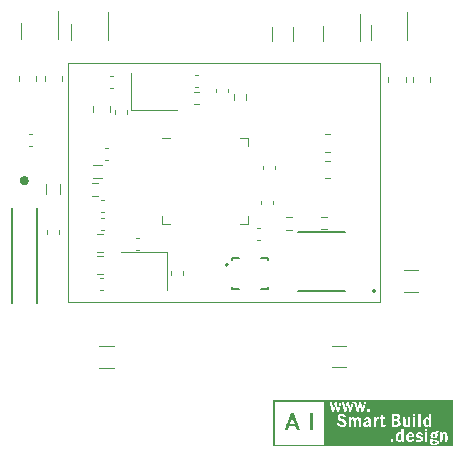
<source format=gbr>
%TF.GenerationSoftware,KiCad,Pcbnew,7.0.2*%
%TF.CreationDate,2023-05-17T08:13:23+02:00*%
%TF.ProjectId,5V DC Smart Socket,35562044-4320-4536-9d61-727420536f63,rev?*%
%TF.SameCoordinates,Original*%
%TF.FileFunction,Legend,Top*%
%TF.FilePolarity,Positive*%
%FSLAX46Y46*%
G04 Gerber Fmt 4.6, Leading zero omitted, Abs format (unit mm)*
G04 Created by KiCad (PCBNEW 7.0.2) date 2023-05-17 08:13:23*
%MOMM*%
%LPD*%
G01*
G04 APERTURE LIST*
%ADD10C,0.120000*%
%ADD11C,0.127000*%
%ADD12C,0.200000*%
%ADD13C,0.381000*%
G04 APERTURE END LIST*
%TO.C,G\u002A\u002A\u002A*%
G36*
X185941548Y-95942526D02*
G01*
X185986227Y-95949437D01*
X186044294Y-95974995D01*
X186068576Y-96015955D01*
X186056031Y-96063111D01*
X186032177Y-96088478D01*
X185978586Y-96112360D01*
X185901848Y-96125016D01*
X185819874Y-96125528D01*
X185750576Y-96112977D01*
X185730208Y-96103971D01*
X185702630Y-96068928D01*
X185693547Y-96018848D01*
X185703386Y-95972208D01*
X185726647Y-95949181D01*
X185780596Y-95939204D01*
X185858211Y-95936991D01*
X185941548Y-95942526D01*
G37*
G36*
X182705586Y-94233420D02*
G01*
X182774443Y-94268573D01*
X182809410Y-94327879D01*
X182814500Y-94371646D01*
X182799568Y-94445707D01*
X182753035Y-94496609D01*
X182672293Y-94526395D01*
X182605981Y-94535007D01*
X182475833Y-94544421D01*
X182475833Y-94221833D01*
X182602008Y-94221833D01*
X182705586Y-94233420D01*
G37*
G36*
X182675715Y-93788834D02*
G01*
X182739636Y-93823717D01*
X182769543Y-93882554D01*
X182772166Y-93912836D01*
X182758628Y-93983269D01*
X182715822Y-94028046D01*
X182640456Y-94049626D01*
X182585291Y-94052500D01*
X182475833Y-94052500D01*
X182475833Y-93777333D01*
X182576956Y-93777333D01*
X182675715Y-93788834D01*
G37*
G36*
X187450000Y-96338500D02*
G01*
X172211240Y-96338500D01*
X172210695Y-95167684D01*
X172404256Y-95167684D01*
X172404304Y-95394235D01*
X172404589Y-95599402D01*
X172405102Y-95780042D01*
X172405837Y-95933009D01*
X172406785Y-96055160D01*
X172407937Y-96143350D01*
X172409286Y-96194437D01*
X172410285Y-96206314D01*
X172419778Y-96210868D01*
X172445975Y-96214856D01*
X172491000Y-96218299D01*
X172556977Y-96221218D01*
X172646029Y-96223636D01*
X172760281Y-96225574D01*
X172901857Y-96227055D01*
X173072880Y-96228099D01*
X173275474Y-96228729D01*
X173511763Y-96228967D01*
X173783871Y-96228835D01*
X174093921Y-96228353D01*
X174444038Y-96227545D01*
X174468917Y-96227480D01*
X176517416Y-96222083D01*
X176517870Y-96069737D01*
X185503671Y-96069737D01*
X185532605Y-96138450D01*
X185591271Y-96197765D01*
X185650844Y-96230053D01*
X185711898Y-96243762D01*
X185799133Y-96250742D01*
X185896926Y-96250916D01*
X185989649Y-96244209D01*
X186056597Y-96232021D01*
X186155363Y-96188051D01*
X186219971Y-96122597D01*
X186248135Y-96039446D01*
X186237568Y-95942391D01*
X186235439Y-95935544D01*
X186191358Y-95864821D01*
X186115152Y-95815218D01*
X186013196Y-95790259D01*
X185968333Y-95787966D01*
X185886998Y-95784582D01*
X185806871Y-95776556D01*
X185792622Y-95774404D01*
X185739673Y-95761418D01*
X185718996Y-95741221D01*
X185718538Y-95717195D01*
X185727171Y-95692454D01*
X185750741Y-95678818D01*
X185799472Y-95672760D01*
X185851916Y-95671175D01*
X185877048Y-95668100D01*
X186373999Y-95668100D01*
X186374002Y-95778446D01*
X186375200Y-95867712D01*
X186377501Y-95928534D01*
X186380382Y-95952723D01*
X186409287Y-95972130D01*
X186475683Y-95974988D01*
X186481431Y-95974601D01*
X186571583Y-95968083D01*
X186582166Y-95669608D01*
X186588248Y-95534481D01*
X186596819Y-95436267D01*
X186609903Y-95369545D01*
X186629519Y-95328897D01*
X186657688Y-95308905D01*
X186696433Y-95304148D01*
X186717947Y-95305544D01*
X186783250Y-95311917D01*
X186804416Y-95968083D01*
X186994916Y-95968083D01*
X187000810Y-95676249D01*
X187001443Y-95517104D01*
X186995478Y-95394769D01*
X186981978Y-95304105D01*
X186960008Y-95239969D01*
X186928631Y-95197219D01*
X186911145Y-95183557D01*
X186833083Y-95154402D01*
X186741464Y-95151589D01*
X186655330Y-95174455D01*
X186622527Y-95193611D01*
X186561000Y-95239101D01*
X186561000Y-95194916D01*
X186555824Y-95167387D01*
X186532788Y-95156180D01*
X186480627Y-95156577D01*
X186471041Y-95157241D01*
X186381083Y-95163750D01*
X186375284Y-95544038D01*
X186373999Y-95668100D01*
X185877048Y-95668100D01*
X185980690Y-95655419D01*
X186077795Y-95613257D01*
X186142194Y-95545167D01*
X186147891Y-95534859D01*
X186177555Y-95437978D01*
X186165162Y-95341160D01*
X186146920Y-95298762D01*
X186129315Y-95236964D01*
X186145971Y-95193570D01*
X186194102Y-95174677D01*
X186203758Y-95174333D01*
X186231404Y-95164917D01*
X186242439Y-95129626D01*
X186243500Y-95100250D01*
X186238606Y-95048956D01*
X186219903Y-95028364D01*
X186202544Y-95026167D01*
X186125631Y-95040120D01*
X186063223Y-95076618D01*
X186032953Y-95118469D01*
X186015439Y-95150840D01*
X185987251Y-95161171D01*
X185933358Y-95154914D01*
X185932791Y-95154814D01*
X185812993Y-95149903D01*
X185708554Y-95177343D01*
X185625574Y-95233458D01*
X185570151Y-95314570D01*
X185550915Y-95385005D01*
X185548593Y-95455467D01*
X185568293Y-95510550D01*
X185585580Y-95536322D01*
X185632101Y-95599245D01*
X185577967Y-95663580D01*
X185534872Y-95728386D01*
X185527609Y-95784651D01*
X185554896Y-95844193D01*
X185557885Y-95848530D01*
X185579385Y-95886047D01*
X185572315Y-95913045D01*
X185547302Y-95938731D01*
X185507544Y-96000280D01*
X185503671Y-96069737D01*
X176517870Y-96069737D01*
X176518135Y-95980986D01*
X182200666Y-95980986D01*
X182301208Y-95974535D01*
X182401750Y-95968083D01*
X182408147Y-95856958D01*
X182414545Y-95745833D01*
X182200666Y-95745833D01*
X182200666Y-95980986D01*
X176518135Y-95980986D01*
X176519381Y-95562818D01*
X182618960Y-95562818D01*
X182628019Y-95681465D01*
X182655554Y-95790496D01*
X182699874Y-95880171D01*
X182759292Y-95940750D01*
X182768966Y-95946489D01*
X182850144Y-95972912D01*
X182940139Y-95975688D01*
X183021014Y-95955437D01*
X183052681Y-95936670D01*
X183089832Y-95909209D01*
X183106720Y-95908213D01*
X183116342Y-95933958D01*
X183117413Y-95938044D01*
X183132659Y-95966491D01*
X183166500Y-95976296D01*
X183209752Y-95974749D01*
X183290750Y-95968083D01*
X183290750Y-95576857D01*
X183509264Y-95576857D01*
X183522270Y-95717530D01*
X183562100Y-95827584D01*
X183629972Y-95910114D01*
X183645373Y-95922367D01*
X183735912Y-95966403D01*
X183842097Y-95982364D01*
X183950049Y-95970938D01*
X184045890Y-95932814D01*
X184088755Y-95900386D01*
X184137658Y-95842747D01*
X184167166Y-95786152D01*
X184170389Y-95763781D01*
X184301307Y-95763781D01*
X184304436Y-95796189D01*
X184317202Y-95830185D01*
X184370051Y-95906095D01*
X184450845Y-95958082D01*
X184551340Y-95984181D01*
X184663288Y-95982428D01*
X184778443Y-95950858D01*
X184794513Y-95943874D01*
X184863665Y-95893004D01*
X184909976Y-95820711D01*
X184930602Y-95738499D01*
X184923700Y-95668100D01*
X185103999Y-95668100D01*
X185104002Y-95778446D01*
X185105200Y-95867712D01*
X185107501Y-95928534D01*
X185110382Y-95952723D01*
X185139287Y-95972130D01*
X185205683Y-95974988D01*
X185211431Y-95974601D01*
X185301583Y-95968083D01*
X185301583Y-95163750D01*
X185111083Y-95163750D01*
X185105284Y-95544038D01*
X185103999Y-95668100D01*
X184923700Y-95668100D01*
X184922697Y-95657873D01*
X184883416Y-95590339D01*
X184882237Y-95589147D01*
X184834080Y-95554816D01*
X184764063Y-95520199D01*
X184718196Y-95503044D01*
X184613259Y-95464403D01*
X184546292Y-95427604D01*
X184513174Y-95389943D01*
X184507833Y-95365090D01*
X184524511Y-95318999D01*
X184566224Y-95293093D01*
X184620487Y-95287947D01*
X184674818Y-95304135D01*
X184716731Y-95342235D01*
X184723755Y-95355138D01*
X184754062Y-95394208D01*
X184786536Y-95396887D01*
X184842041Y-95381285D01*
X184865492Y-95374680D01*
X184894708Y-95351089D01*
X184889347Y-95309741D01*
X184850909Y-95255029D01*
X184811553Y-95216699D01*
X184756778Y-95176629D01*
X184698669Y-95155704D01*
X184622734Y-95150242D01*
X184560750Y-95152979D01*
X184466302Y-95177485D01*
X184390382Y-95231712D01*
X184339955Y-95307314D01*
X184321987Y-95395946D01*
X184325713Y-95434615D01*
X184353847Y-95506636D01*
X184411445Y-95564251D01*
X184503719Y-95611889D01*
X184556655Y-95630833D01*
X184649572Y-95667839D01*
X184712483Y-95707389D01*
X184739916Y-95745859D01*
X184740666Y-95752739D01*
X184722779Y-95794012D01*
X184680114Y-95831248D01*
X184629167Y-95850998D01*
X184619341Y-95851667D01*
X184571086Y-95836758D01*
X184516397Y-95799242D01*
X184504576Y-95788167D01*
X184433903Y-95737504D01*
X184365111Y-95726860D01*
X184319247Y-95744202D01*
X184301307Y-95763781D01*
X184170389Y-95763781D01*
X184173759Y-95740390D01*
X184155184Y-95715708D01*
X184074283Y-95702572D01*
X184006856Y-95728923D01*
X183967800Y-95772872D01*
X183929693Y-95819565D01*
X183891189Y-95846647D01*
X183885642Y-95848227D01*
X183820995Y-95841018D01*
X183764392Y-95799895D01*
X183726815Y-95733179D01*
X183724793Y-95726386D01*
X183710453Y-95672643D01*
X183706818Y-95636416D01*
X183719924Y-95614255D01*
X183755804Y-95602709D01*
X183820493Y-95598327D01*
X183920024Y-95597658D01*
X183949864Y-95597667D01*
X184196229Y-95597667D01*
X184183376Y-95489142D01*
X184152747Y-95354296D01*
X184096920Y-95253267D01*
X184016092Y-95186254D01*
X183910457Y-95153458D01*
X183850683Y-95149930D01*
X183732019Y-95168526D01*
X183637347Y-95221295D01*
X183567868Y-95306735D01*
X183524784Y-95423345D01*
X183509293Y-95569624D01*
X183509264Y-95576857D01*
X183290750Y-95576857D01*
X183290750Y-95031952D01*
X185102528Y-95031952D01*
X185119171Y-95071656D01*
X185160850Y-95086297D01*
X185211431Y-95085601D01*
X185301583Y-95079083D01*
X185301583Y-94888583D01*
X185206333Y-94888583D01*
X185147556Y-94890486D01*
X185118742Y-94901912D01*
X185107528Y-94931439D01*
X185104300Y-94959390D01*
X185102528Y-95031952D01*
X183290750Y-95031952D01*
X183290750Y-94888583D01*
X183100250Y-94888583D01*
X183094098Y-95050924D01*
X183087947Y-95213264D01*
X183030598Y-95183346D01*
X182935494Y-95155153D01*
X182841495Y-95165688D01*
X182756123Y-95211832D01*
X182686902Y-95290469D01*
X182663025Y-95335631D01*
X182630066Y-95444293D01*
X182618960Y-95562818D01*
X176519381Y-95562818D01*
X176522750Y-94432391D01*
X177649557Y-94432391D01*
X177666985Y-94483764D01*
X177700322Y-94543628D01*
X177735863Y-94590569D01*
X177829588Y-94666394D01*
X177945672Y-94707896D01*
X178080874Y-94714468D01*
X178231954Y-94685504D01*
X178236150Y-94684245D01*
X178308128Y-94645020D01*
X178376121Y-94579259D01*
X178426803Y-94501716D01*
X178443601Y-94454584D01*
X178448873Y-94398100D01*
X178626999Y-94398100D01*
X178627002Y-94508446D01*
X178628200Y-94597712D01*
X178630501Y-94658534D01*
X178633382Y-94682723D01*
X178662287Y-94702130D01*
X178728683Y-94704988D01*
X178734431Y-94704601D01*
X178824583Y-94698083D01*
X178835166Y-94399608D01*
X178841191Y-94265646D01*
X178849664Y-94168329D01*
X178862577Y-94101968D01*
X178881927Y-94060879D01*
X178909709Y-94039374D01*
X178947916Y-94031765D01*
X178964355Y-94031333D01*
X178993214Y-94033408D01*
X179014434Y-94043455D01*
X179029340Y-94067214D01*
X179039255Y-94110421D01*
X179045502Y-94178814D01*
X179049406Y-94278129D01*
X179052257Y-94412333D01*
X179057416Y-94698083D01*
X179247916Y-94698083D01*
X179253833Y-94402725D01*
X179258144Y-94267243D01*
X179266043Y-94168545D01*
X179279335Y-94101123D01*
X179299828Y-94059465D01*
X179329329Y-94038062D01*
X179369644Y-94031403D01*
X179375605Y-94031333D01*
X179409550Y-94035519D01*
X179434383Y-94051892D01*
X179451675Y-94086179D01*
X179463000Y-94144104D01*
X179469932Y-94231394D01*
X179474042Y-94353774D01*
X179474853Y-94392607D01*
X179480750Y-94698083D01*
X179671250Y-94698083D01*
X179677639Y-94528825D01*
X179870626Y-94528825D01*
X179875695Y-94551638D01*
X179915754Y-94630117D01*
X179982080Y-94684160D01*
X180064927Y-94711588D01*
X180154550Y-94710218D01*
X180241204Y-94677871D01*
X180286731Y-94643618D01*
X180334517Y-94598726D01*
X180341550Y-94648404D01*
X180352814Y-94680865D01*
X180382635Y-94697344D01*
X180438541Y-94704592D01*
X180528500Y-94711101D01*
X180527305Y-94408259D01*
X180527118Y-94398100D01*
X180743666Y-94398100D01*
X180743669Y-94508446D01*
X180744866Y-94597712D01*
X180747168Y-94658534D01*
X180750049Y-94682723D01*
X180778953Y-94702130D01*
X180845350Y-94704988D01*
X180851098Y-94704601D01*
X180941250Y-94698083D01*
X180951833Y-94430329D01*
X180959036Y-94299611D01*
X180970455Y-94205160D01*
X180988695Y-94140937D01*
X181016361Y-94100907D01*
X181056058Y-94079034D01*
X181107508Y-94069551D01*
X181151213Y-94061036D01*
X181171810Y-94038069D01*
X181180267Y-93987342D01*
X181180839Y-93980571D01*
X181180553Y-93967833D01*
X181248166Y-93967833D01*
X181251133Y-94022459D01*
X181264809Y-94046732D01*
X181296352Y-94052485D01*
X181299401Y-94052500D01*
X181320325Y-94053640D01*
X181334793Y-94061582D01*
X181344240Y-94083107D01*
X181350106Y-94124998D01*
X181353827Y-94194037D01*
X181356841Y-94297005D01*
X181357609Y-94327139D01*
X181361138Y-94441615D01*
X181365770Y-94521726D01*
X181372800Y-94575440D01*
X181383528Y-94610724D01*
X181399249Y-94635545D01*
X181409655Y-94646790D01*
X181481444Y-94691565D01*
X181576737Y-94712939D01*
X181671500Y-94709408D01*
X181722495Y-94696129D01*
X181745138Y-94669416D01*
X181752120Y-94630326D01*
X181753604Y-94588200D01*
X181739920Y-94567629D01*
X181700207Y-94559140D01*
X181667454Y-94556486D01*
X181576250Y-94549917D01*
X181570286Y-94301208D01*
X181564323Y-94052500D01*
X181639078Y-94052500D01*
X181686939Y-94049976D01*
X181708208Y-94034267D01*
X181713664Y-93993164D01*
X181713833Y-93967833D01*
X181711590Y-93913624D01*
X181697742Y-93889533D01*
X181661610Y-93883356D01*
X181639750Y-93883167D01*
X181594017Y-93881078D01*
X181572508Y-93867080D01*
X181566083Y-93829578D01*
X181565666Y-93789166D01*
X181561960Y-93721386D01*
X181544982Y-93687482D01*
X181505941Y-93679236D01*
X181454593Y-93685316D01*
X181407059Y-93696581D01*
X181382381Y-93718839D01*
X181369321Y-93765316D01*
X181365324Y-93790355D01*
X181353408Y-93848713D01*
X181335707Y-93875923D01*
X181304357Y-93883119D01*
X181299786Y-93883167D01*
X181266493Y-93888003D01*
X181251698Y-93910411D01*
X181248177Y-93962240D01*
X181248166Y-93967833D01*
X181180553Y-93967833D01*
X181179559Y-93923601D01*
X181167691Y-93887052D01*
X181163596Y-93883226D01*
X181112483Y-93874243D01*
X181050869Y-93895016D01*
X180992385Y-93940521D01*
X180984753Y-93949136D01*
X180933470Y-94010082D01*
X180926776Y-93951916D01*
X180917937Y-93914354D01*
X180894412Y-93897742D01*
X180843152Y-93893772D01*
X180835416Y-93893750D01*
X180750750Y-93893750D01*
X180744951Y-94274038D01*
X180743666Y-94398100D01*
X180527118Y-94398100D01*
X180524973Y-94281838D01*
X180519425Y-94171385D01*
X180511273Y-94085608D01*
X180501129Y-94033211D01*
X180500846Y-94032378D01*
X180453102Y-93955209D01*
X180373466Y-93904572D01*
X180263855Y-93881522D01*
X180224203Y-93880143D01*
X180102155Y-93895088D01*
X180003914Y-93937975D01*
X179934477Y-94005883D01*
X179905793Y-94066380D01*
X179901980Y-94095844D01*
X179919988Y-94112893D01*
X179969158Y-94125005D01*
X179981795Y-94127196D01*
X180045420Y-94133289D01*
X180076254Y-94123273D01*
X180080484Y-94115962D01*
X180110916Y-94068328D01*
X180159232Y-94028148D01*
X180207396Y-94010214D01*
X180209488Y-94010167D01*
X180265009Y-94028963D01*
X180304892Y-94076039D01*
X180316833Y-94125830D01*
X180305386Y-94168065D01*
X180266859Y-94191822D01*
X180194971Y-94200458D01*
X180176838Y-94200667D01*
X180065391Y-94217902D01*
X179973757Y-94265500D01*
X179907226Y-94337296D01*
X179871086Y-94427126D01*
X179870626Y-94528825D01*
X179677639Y-94528825D01*
X179678041Y-94518167D01*
X179679511Y-94403059D01*
X179676828Y-94274467D01*
X179670599Y-94160621D01*
X179661603Y-94069009D01*
X179650215Y-94008658D01*
X179633174Y-93968506D01*
X179607215Y-93937490D01*
X179603843Y-93934316D01*
X179528007Y-93889552D01*
X179438895Y-93874612D01*
X179350786Y-93889361D01*
X179277957Y-93933668D01*
X179274269Y-93937383D01*
X179226750Y-93986765D01*
X179171330Y-93933677D01*
X179097785Y-93890319D01*
X179009542Y-93878183D01*
X178921014Y-93897761D01*
X178875527Y-93923611D01*
X178814000Y-93969101D01*
X178814000Y-93924916D01*
X178808824Y-93897387D01*
X178785788Y-93886180D01*
X178733627Y-93886577D01*
X178724041Y-93887241D01*
X178634083Y-93893750D01*
X178628284Y-94274038D01*
X178626999Y-94398100D01*
X178448873Y-94398100D01*
X178452538Y-94358836D01*
X178431757Y-94276578D01*
X178378247Y-94203966D01*
X178288999Y-94137157D01*
X178161004Y-94072307D01*
X178135776Y-94061454D01*
X178036936Y-94018798D01*
X177970943Y-93986510D01*
X177931229Y-93959502D01*
X177911230Y-93932688D01*
X177904379Y-93900983D01*
X177903833Y-93881775D01*
X177922878Y-93820044D01*
X177973389Y-93775465D01*
X178045431Y-93756357D01*
X178053855Y-93756167D01*
X178119275Y-93773147D01*
X178182820Y-93815504D01*
X178226590Y-93870358D01*
X178232372Y-93884603D01*
X178243854Y-93908396D01*
X178264619Y-93916715D01*
X178304091Y-93909317D01*
X178371692Y-93885956D01*
X178386055Y-93880605D01*
X178417925Y-93864718D01*
X178421347Y-93841951D01*
X178403941Y-93804057D01*
X178330788Y-93703833D01*
X178233379Y-93638151D01*
X178111296Y-93606773D01*
X178052478Y-93603767D01*
X177931850Y-93616290D01*
X177834791Y-93657011D01*
X177755666Y-93724111D01*
X177724458Y-93765047D01*
X177708401Y-93812066D01*
X177702978Y-93880838D01*
X177702750Y-93907665D01*
X177704806Y-93981143D01*
X177715145Y-94028608D01*
X177740027Y-94066332D01*
X177778128Y-94103665D01*
X177836308Y-94145929D01*
X177917661Y-94191437D01*
X178005011Y-94230627D01*
X178008665Y-94232034D01*
X178117602Y-94278636D01*
X178189626Y-94322452D01*
X178229624Y-94367402D01*
X178242481Y-94417405D01*
X178242500Y-94419636D01*
X178225170Y-94481784D01*
X178179568Y-94524617D01*
X178115272Y-94547772D01*
X178041862Y-94550891D01*
X177968916Y-94533613D01*
X177906015Y-94495579D01*
X177862736Y-94436427D01*
X177861687Y-94433951D01*
X177840530Y-94390922D01*
X177815045Y-94374197D01*
X177769218Y-94376113D01*
X177747710Y-94379400D01*
X177692076Y-94389908D01*
X177657455Y-94399467D01*
X177653377Y-94401733D01*
X177649557Y-94432391D01*
X176522750Y-94432391D01*
X176522826Y-94406937D01*
X176525227Y-93601461D01*
X182264166Y-93601461D01*
X182264166Y-94715100D01*
X182526012Y-94702728D01*
X182643528Y-94694887D01*
X182746118Y-94683713D01*
X182823785Y-94670483D01*
X182859387Y-94660099D01*
X182945762Y-94607766D01*
X183000042Y-94533389D01*
X183020257Y-94475833D01*
X183029776Y-94366860D01*
X183000071Y-94269367D01*
X182937219Y-94192553D01*
X182932825Y-94188802D01*
X183240156Y-94188802D01*
X183242843Y-94317448D01*
X183249076Y-94431330D01*
X183258483Y-94524836D01*
X183270689Y-94587036D01*
X183288798Y-94628959D01*
X183313114Y-94658872D01*
X183377435Y-94696551D01*
X183461123Y-94710871D01*
X183548042Y-94701526D01*
X183622055Y-94668212D01*
X183626562Y-94664797D01*
X183682333Y-94620927D01*
X183682333Y-94666014D01*
X183687308Y-94694098D01*
X183709779Y-94705596D01*
X183761067Y-94705363D01*
X183772291Y-94704592D01*
X183862250Y-94698083D01*
X183862250Y-94398100D01*
X184087999Y-94398100D01*
X184088002Y-94508446D01*
X184089200Y-94597712D01*
X184091501Y-94658534D01*
X184094382Y-94682723D01*
X184123287Y-94702130D01*
X184189683Y-94704988D01*
X184195431Y-94704601D01*
X184285583Y-94698083D01*
X184285583Y-94413412D01*
X184532539Y-94413412D01*
X184533206Y-94525568D01*
X184534696Y-94612083D01*
X184536952Y-94666810D01*
X184539002Y-94683035D01*
X184568650Y-94702303D01*
X184636697Y-94704826D01*
X184639931Y-94704601D01*
X184730083Y-94698083D01*
X184730083Y-94292818D01*
X184947294Y-94292818D01*
X184956353Y-94411465D01*
X184983887Y-94520496D01*
X185028208Y-94610171D01*
X185087625Y-94670750D01*
X185097299Y-94676489D01*
X185178478Y-94702912D01*
X185268473Y-94705688D01*
X185349347Y-94685437D01*
X185381014Y-94666670D01*
X185418166Y-94639209D01*
X185435054Y-94638213D01*
X185444676Y-94663958D01*
X185445747Y-94668044D01*
X185460992Y-94696491D01*
X185494833Y-94706296D01*
X185538086Y-94704749D01*
X185619083Y-94698083D01*
X185619083Y-93618583D01*
X185428583Y-93618583D01*
X185422431Y-93780924D01*
X185416280Y-93943264D01*
X185358931Y-93913346D01*
X185263828Y-93885153D01*
X185169828Y-93895688D01*
X185084456Y-93941832D01*
X185015236Y-94020469D01*
X184991359Y-94065631D01*
X184958399Y-94174293D01*
X184947294Y-94292818D01*
X184730083Y-94292818D01*
X184730083Y-93618583D01*
X184539583Y-93618583D01*
X184533904Y-94136767D01*
X184532752Y-94281763D01*
X184532539Y-94413412D01*
X184285583Y-94413412D01*
X184285583Y-93893750D01*
X184095083Y-93893750D01*
X184089284Y-94274038D01*
X184087999Y-94398100D01*
X183862250Y-94398100D01*
X183862250Y-93893750D01*
X183671750Y-93893750D01*
X183661166Y-94192195D01*
X183655139Y-94326166D01*
X183646663Y-94423493D01*
X183633743Y-94489860D01*
X183614386Y-94530955D01*
X183586596Y-94552462D01*
X183548380Y-94560069D01*
X183531978Y-94560500D01*
X183503119Y-94558425D01*
X183481898Y-94548378D01*
X183466992Y-94524619D01*
X183457078Y-94481412D01*
X183450830Y-94413019D01*
X183446927Y-94313704D01*
X183444075Y-94179500D01*
X183438916Y-93893750D01*
X183248416Y-93893750D01*
X183241624Y-94073667D01*
X183240156Y-94188802D01*
X182932825Y-94188802D01*
X182865732Y-94131523D01*
X182923226Y-94074030D01*
X182980261Y-93989735D01*
X182998066Y-93894484D01*
X182975382Y-93796045D01*
X182970141Y-93784911D01*
X182957260Y-93761952D01*
X184086528Y-93761952D01*
X184103171Y-93801656D01*
X184144850Y-93816297D01*
X184195431Y-93815601D01*
X184285583Y-93809083D01*
X184285583Y-93618583D01*
X184190333Y-93618583D01*
X184131556Y-93620486D01*
X184102742Y-93631912D01*
X184091528Y-93661439D01*
X184088300Y-93689390D01*
X184086528Y-93761952D01*
X182957260Y-93761952D01*
X182937728Y-93727139D01*
X182901796Y-93685210D01*
X182854875Y-93656145D01*
X182789501Y-93636960D01*
X182698206Y-93624675D01*
X182573522Y-93616308D01*
X182544258Y-93614858D01*
X182264166Y-93601461D01*
X176525227Y-93601461D01*
X176528188Y-92608053D01*
X177028577Y-92608053D01*
X177031359Y-92631380D01*
X177043598Y-92687649D01*
X177063238Y-92769066D01*
X177088224Y-92867835D01*
X177116501Y-92976161D01*
X177146013Y-93086247D01*
X177174704Y-93190299D01*
X177200520Y-93280522D01*
X177221404Y-93349120D01*
X177232482Y-93381393D01*
X177264056Y-93409783D01*
X177320269Y-93417500D01*
X177369741Y-93413354D01*
X177395847Y-93392783D01*
X177413071Y-93343583D01*
X177414478Y-93338125D01*
X177428672Y-93279843D01*
X177448246Y-93195997D01*
X177469528Y-93102374D01*
X177474787Y-93078833D01*
X177514819Y-92898917D01*
X177577034Y-93152917D01*
X177639250Y-93406917D01*
X177717678Y-93413429D01*
X177762972Y-93415376D01*
X177789732Y-93405319D01*
X177807806Y-93373825D01*
X177827039Y-93311460D01*
X177828141Y-93307596D01*
X177863550Y-93181848D01*
X177898869Y-93053644D01*
X177932251Y-92929988D01*
X177961851Y-92817885D01*
X177985824Y-92724338D01*
X178002323Y-92656351D01*
X178009505Y-92620929D01*
X178009666Y-92618665D01*
X177999045Y-92608053D01*
X178065743Y-92608053D01*
X178068526Y-92631380D01*
X178080765Y-92687649D01*
X178100405Y-92769066D01*
X178125391Y-92867835D01*
X178153668Y-92976161D01*
X178183179Y-93086247D01*
X178211871Y-93190299D01*
X178237686Y-93280522D01*
X178258571Y-93349120D01*
X178269649Y-93381393D01*
X178301223Y-93409783D01*
X178357436Y-93417500D01*
X178406908Y-93413354D01*
X178433014Y-93392783D01*
X178450237Y-93343583D01*
X178451645Y-93338125D01*
X178465838Y-93279843D01*
X178485412Y-93195997D01*
X178506695Y-93102374D01*
X178511954Y-93078833D01*
X178551986Y-92898917D01*
X178676416Y-93406917D01*
X178754845Y-93413429D01*
X178800138Y-93415376D01*
X178826899Y-93405319D01*
X178844972Y-93373825D01*
X178864206Y-93311460D01*
X178865308Y-93307596D01*
X178900717Y-93181848D01*
X178936036Y-93053644D01*
X178969418Y-92929988D01*
X178999018Y-92817885D01*
X179022990Y-92724338D01*
X179039490Y-92656351D01*
X179046671Y-92620929D01*
X179046833Y-92618665D01*
X179036212Y-92608053D01*
X179102910Y-92608053D01*
X179105692Y-92631380D01*
X179117931Y-92687649D01*
X179137572Y-92769066D01*
X179162558Y-92867835D01*
X179190834Y-92976161D01*
X179220346Y-93086247D01*
X179249037Y-93190299D01*
X179274853Y-93280522D01*
X179295738Y-93349120D01*
X179306815Y-93381393D01*
X179338390Y-93409783D01*
X179394603Y-93417500D01*
X179444074Y-93413354D01*
X179470180Y-93392783D01*
X179487404Y-93343583D01*
X179488812Y-93338125D01*
X179503005Y-93279843D01*
X179522579Y-93195997D01*
X179543862Y-93102374D01*
X179549121Y-93078833D01*
X179589153Y-92898917D01*
X179713583Y-93406917D01*
X179792011Y-93413429D01*
X179837305Y-93415376D01*
X179864065Y-93405319D01*
X179882139Y-93373825D01*
X179901372Y-93311460D01*
X179902474Y-93307596D01*
X179937713Y-93182454D01*
X180189833Y-93182454D01*
X180189833Y-93285866D01*
X180192695Y-93349151D01*
X180199974Y-93393676D01*
X180204920Y-93404365D01*
X180233500Y-93412177D01*
X180288081Y-93414342D01*
X180316045Y-93413184D01*
X180412083Y-93406917D01*
X180412083Y-93195250D01*
X180189833Y-93182454D01*
X179937713Y-93182454D01*
X179937884Y-93181848D01*
X179973202Y-93053644D01*
X180006584Y-92929988D01*
X180036184Y-92817885D01*
X180060157Y-92724338D01*
X180076657Y-92656351D01*
X180083838Y-92620929D01*
X180084000Y-92618665D01*
X180064738Y-92599420D01*
X180012794Y-92592006D01*
X180010911Y-92592000D01*
X179983097Y-92591383D01*
X179962576Y-92593417D01*
X179946480Y-92603927D01*
X179931940Y-92628739D01*
X179916088Y-92673679D01*
X179896054Y-92744572D01*
X179868970Y-92847244D01*
X179850405Y-92917944D01*
X179800755Y-93106305D01*
X179752835Y-92896777D01*
X179731184Y-92802565D01*
X179711897Y-92719457D01*
X179697671Y-92659039D01*
X179692660Y-92638390D01*
X179678022Y-92606174D01*
X179647214Y-92594703D01*
X179601745Y-92596056D01*
X179523083Y-92602583D01*
X179473697Y-92814250D01*
X179451765Y-92906426D01*
X179432265Y-92985082D01*
X179417827Y-93039779D01*
X179412356Y-93057667D01*
X179402765Y-93052777D01*
X179386730Y-93013733D01*
X179366878Y-92947730D01*
X179354405Y-92898917D01*
X179332175Y-92807168D01*
X179312101Y-92724877D01*
X179297391Y-92665183D01*
X179293635Y-92650208D01*
X179278372Y-92611958D01*
X179249313Y-92595435D01*
X179195845Y-92592000D01*
X179140547Y-92595721D01*
X179106367Y-92604967D01*
X179102910Y-92608053D01*
X179036212Y-92608053D01*
X179027571Y-92599420D01*
X178975628Y-92592006D01*
X178973744Y-92592000D01*
X178945930Y-92591383D01*
X178925409Y-92593417D01*
X178909313Y-92603927D01*
X178894774Y-92628739D01*
X178878921Y-92673679D01*
X178858887Y-92744572D01*
X178831803Y-92847244D01*
X178813238Y-92917944D01*
X178763589Y-93106305D01*
X178715668Y-92896777D01*
X178694017Y-92802565D01*
X178674730Y-92719457D01*
X178660504Y-92659039D01*
X178655494Y-92638390D01*
X178640856Y-92606174D01*
X178610048Y-92594703D01*
X178564578Y-92596056D01*
X178485916Y-92602583D01*
X178436531Y-92814250D01*
X178414598Y-92906426D01*
X178395098Y-92985082D01*
X178380660Y-93039779D01*
X178375189Y-93057667D01*
X178365598Y-93052777D01*
X178349564Y-93013733D01*
X178329712Y-92947730D01*
X178317238Y-92898917D01*
X178295009Y-92807168D01*
X178274934Y-92724877D01*
X178260224Y-92665183D01*
X178256468Y-92650208D01*
X178241206Y-92611958D01*
X178212146Y-92595435D01*
X178158679Y-92592000D01*
X178103381Y-92595721D01*
X178069200Y-92604967D01*
X178065743Y-92608053D01*
X177999045Y-92608053D01*
X177990405Y-92599420D01*
X177938461Y-92592006D01*
X177936578Y-92592000D01*
X177908763Y-92591383D01*
X177888243Y-92593417D01*
X177872147Y-92603927D01*
X177857607Y-92628739D01*
X177841755Y-92673679D01*
X177821721Y-92744572D01*
X177794637Y-92847244D01*
X177776072Y-92917944D01*
X177726422Y-93106305D01*
X177678502Y-92896777D01*
X177656850Y-92802565D01*
X177637563Y-92719457D01*
X177623338Y-92659039D01*
X177618327Y-92638390D01*
X177603689Y-92606174D01*
X177572881Y-92594703D01*
X177527411Y-92596056D01*
X177448750Y-92602583D01*
X177399364Y-92814250D01*
X177377432Y-92906426D01*
X177357931Y-92985082D01*
X177343493Y-93039779D01*
X177338022Y-93057667D01*
X177328432Y-93052777D01*
X177312397Y-93013733D01*
X177292545Y-92947730D01*
X177280071Y-92898917D01*
X177257842Y-92807168D01*
X177237767Y-92724877D01*
X177223057Y-92665183D01*
X177219301Y-92650208D01*
X177204039Y-92611958D01*
X177174979Y-92595435D01*
X177121512Y-92592000D01*
X177066214Y-92595721D01*
X177032034Y-92604967D01*
X177028577Y-92608053D01*
X176528188Y-92608053D01*
X176528236Y-92591790D01*
X174469659Y-92597187D01*
X172411083Y-92602583D01*
X172405617Y-94391167D01*
X172404905Y-94663005D01*
X172404454Y-94922892D01*
X172404256Y-95167684D01*
X172210695Y-95167684D01*
X172210328Y-94380583D01*
X172209417Y-92422667D01*
X187450000Y-92422667D01*
X187450000Y-96338500D01*
G37*
G36*
X180305828Y-94316921D02*
G01*
X180316432Y-94355105D01*
X180316833Y-94371051D01*
X180304438Y-94450949D01*
X180271946Y-94516930D01*
X180226391Y-94562711D01*
X180174811Y-94582009D01*
X180124241Y-94568543D01*
X180109400Y-94556267D01*
X180091036Y-94515402D01*
X180084757Y-94455407D01*
X180091625Y-94398025D01*
X180100629Y-94376616D01*
X180135596Y-94348484D01*
X180193520Y-94323048D01*
X180255314Y-94307943D01*
X180275877Y-94306500D01*
X180305828Y-94316921D01*
G37*
G36*
X185896593Y-95266045D02*
G01*
X185940044Y-95302176D01*
X185965261Y-95364133D01*
X185968333Y-95399487D01*
X185957843Y-95485469D01*
X185925367Y-95536626D01*
X185869391Y-95555184D01*
X185862500Y-95555333D01*
X185803064Y-95540308D01*
X185778578Y-95514391D01*
X185760148Y-95452057D01*
X185758899Y-95379969D01*
X185773855Y-95317218D01*
X185789928Y-95292262D01*
X185843642Y-95260990D01*
X185896593Y-95266045D01*
G37*
G36*
X175633989Y-94290625D02*
G01*
X175639563Y-95005000D01*
X175363270Y-95005000D01*
X175374416Y-93576250D01*
X175628416Y-93576250D01*
X175633989Y-94290625D01*
G37*
G36*
X185345089Y-94041203D02*
G01*
X185382448Y-94074197D01*
X185405405Y-94135388D01*
X185416291Y-94229851D01*
X185418000Y-94307929D01*
X185416399Y-94401657D01*
X185410449Y-94462807D01*
X185398428Y-94501056D01*
X185379291Y-94525469D01*
X185319377Y-94556409D01*
X185255349Y-94554574D01*
X185202764Y-94520990D01*
X185196950Y-94513457D01*
X185177235Y-94465582D01*
X185166613Y-94387854D01*
X185164000Y-94295917D01*
X185169170Y-94180413D01*
X185186223Y-94101333D01*
X185217469Y-94053862D01*
X185265218Y-94033185D01*
X185291000Y-94031333D01*
X185345089Y-94041203D01*
G37*
G36*
X183016756Y-95311203D02*
G01*
X183054115Y-95344197D01*
X183077072Y-95405388D01*
X183087957Y-95499851D01*
X183089666Y-95577929D01*
X183088065Y-95671657D01*
X183082115Y-95732807D01*
X183070095Y-95771056D01*
X183050958Y-95795469D01*
X182991043Y-95826409D01*
X182927016Y-95824574D01*
X182874431Y-95790990D01*
X182868616Y-95783457D01*
X182848902Y-95735582D01*
X182838279Y-95657854D01*
X182835666Y-95565917D01*
X182840837Y-95450413D01*
X182857890Y-95371333D01*
X182889136Y-95323862D01*
X182936885Y-95303185D01*
X182962666Y-95301333D01*
X183016756Y-95311203D01*
G37*
G36*
X173858019Y-93570060D02*
G01*
X173997133Y-93576250D01*
X174257065Y-94274750D01*
X174317486Y-94437544D01*
X174372939Y-94587780D01*
X174421746Y-94720849D01*
X174462231Y-94832143D01*
X174492715Y-94917054D01*
X174511523Y-94970974D01*
X174517082Y-94989125D01*
X174497836Y-94997272D01*
X174447470Y-95002999D01*
X174381981Y-95005000D01*
X174246795Y-95005000D01*
X174125583Y-94655750D01*
X173579510Y-94655750D01*
X173550978Y-94740417D01*
X173524085Y-94817859D01*
X173494243Y-94900594D01*
X173488889Y-94915042D01*
X173455332Y-95005000D01*
X173317234Y-95005000D01*
X173239258Y-95002642D01*
X173198070Y-94994835D01*
X173188349Y-94980483D01*
X173188941Y-94978542D01*
X173198437Y-94953130D01*
X173221022Y-94892792D01*
X173254930Y-94802243D01*
X173298395Y-94686197D01*
X173349651Y-94549369D01*
X173402974Y-94407042D01*
X173656394Y-94407042D01*
X173661844Y-94419915D01*
X173694119Y-94428122D01*
X173758551Y-94432399D01*
X173847759Y-94433500D01*
X174049712Y-94433500D01*
X173953677Y-94153126D01*
X173918606Y-94051610D01*
X173888291Y-93965493D01*
X173865381Y-93902182D01*
X173852527Y-93869084D01*
X173850934Y-93866045D01*
X173842071Y-93882292D01*
X173822562Y-93931500D01*
X173795114Y-94006458D01*
X173762434Y-94099953D01*
X173755604Y-94119960D01*
X173721504Y-94219899D01*
X173691769Y-94306400D01*
X173669332Y-94370979D01*
X173657126Y-94405149D01*
X173656394Y-94407042D01*
X173402974Y-94407042D01*
X173406933Y-94396475D01*
X173458825Y-94257977D01*
X173718905Y-93563871D01*
X173858019Y-93570060D01*
G37*
G36*
X183911310Y-95298604D02*
G01*
X183959557Y-95345461D01*
X183978666Y-95408056D01*
X183978666Y-95408367D01*
X183976912Y-95442852D01*
X183964997Y-95461466D01*
X183932944Y-95469102D01*
X183870774Y-95470655D01*
X183851666Y-95470667D01*
X183781281Y-95469546D01*
X183743280Y-95463424D01*
X183727723Y-95448157D01*
X183724669Y-95419605D01*
X183724666Y-95417750D01*
X183740977Y-95360559D01*
X183780994Y-95310325D01*
X183831342Y-95282096D01*
X183846956Y-95280167D01*
X183911310Y-95298604D01*
G37*
D10*
%TO.C,ESP32S1*%
X162848750Y-77510000D02*
X162848750Y-76860000D01*
X163498750Y-70290000D02*
X162848750Y-70290000D01*
X163498750Y-77510000D02*
X162848750Y-77510000D01*
X169418750Y-70290000D02*
X170068750Y-70290000D01*
X169418750Y-77510000D02*
X170068750Y-77510000D01*
X170068750Y-70290000D02*
X170068750Y-70940000D01*
X170068750Y-77510000D02*
X170068750Y-76860000D01*
%TO.C,F1*%
X177227936Y-87860000D02*
X178432064Y-87860000D01*
X177227936Y-89680000D02*
X178432064Y-89680000D01*
%TO.C,E2C2*%
X157337498Y-80275000D02*
X157860002Y-80275000D01*
X157337498Y-81745000D02*
X157860002Y-81745000D01*
%TO.C,EC37*%
X151549420Y-69940000D02*
X151830580Y-69940000D01*
X151549420Y-70960000D02*
X151830580Y-70960000D01*
%TO.C,EC1*%
X157628170Y-75510000D02*
X157909330Y-75510000D01*
X157628170Y-76530000D02*
X157909330Y-76530000D01*
%TO.C,MTRT1*%
X158220000Y-61275000D02*
X158220000Y-59600000D01*
X158220000Y-61275000D02*
X158220000Y-61925000D01*
X155100000Y-61275000D02*
X155100000Y-60625000D01*
X155100000Y-61275000D02*
X155100000Y-61925000D01*
%TO.C,E2R2*%
X165996008Y-67362500D02*
X165521492Y-67362500D01*
X165996008Y-66317500D02*
X165521492Y-66317500D01*
%TO.C,EC24*%
X171228750Y-75865580D02*
X171228750Y-75584420D01*
X172248750Y-75865580D02*
X172248750Y-75584420D01*
%TO.C,F1*%
X183330436Y-81440000D02*
X184534564Y-81440000D01*
X183330436Y-83260000D02*
X184534564Y-83260000D01*
%TO.C,E2C6*%
X160889330Y-79730000D02*
X160608170Y-79730000D01*
X160889330Y-78710000D02*
X160608170Y-78710000D01*
%TO.C,F1*%
X172130000Y-62072064D02*
X172130000Y-60867936D01*
X173950000Y-62072064D02*
X173950000Y-60867936D01*
%TO.C,ER1*%
X156931492Y-74077500D02*
X157406008Y-74077500D01*
X156931492Y-75122500D02*
X157406008Y-75122500D01*
D11*
%TO.C,IMU1*%
X168718750Y-80450000D02*
X168718750Y-80600000D01*
X168718750Y-82900000D02*
X168718750Y-83050000D01*
X168718750Y-83050000D02*
X169368750Y-83050000D01*
X169368750Y-80450000D02*
X168718750Y-80450000D01*
X171168750Y-80450000D02*
X171818750Y-80450000D01*
X171818750Y-80450000D02*
X171818750Y-80600000D01*
X171818750Y-82900000D02*
X171818750Y-83050000D01*
X171818750Y-83050000D02*
X171168750Y-83050000D01*
D12*
X168418750Y-81000000D02*
G75*
G03*
X168418750Y-81000000I-100000J0D01*
G01*
D10*
%TO.C,E2C5*%
X157628170Y-77020000D02*
X157909330Y-77020000D01*
X157628170Y-78040000D02*
X157909330Y-78040000D01*
%TO.C,IDR1*%
X173836008Y-78002500D02*
X173361492Y-78002500D01*
X173836008Y-76957500D02*
X173361492Y-76957500D01*
%TO.C,IDR2*%
X176321492Y-76947500D02*
X176796008Y-76947500D01*
X176321492Y-77992500D02*
X176796008Y-77992500D01*
%TO.C,E2C3*%
X159838750Y-67909420D02*
X159838750Y-68190580D01*
X158818750Y-67909420D02*
X158818750Y-68190580D01*
%TO.C,E2C7*%
X158289330Y-72130000D02*
X158008170Y-72130000D01*
X158289330Y-71110000D02*
X158008170Y-71110000D01*
%TO.C,E2CY1*%
X163278750Y-83120000D02*
X163278750Y-79920000D01*
X163278750Y-79920000D02*
X159378750Y-79920000D01*
%TO.C,EL4*%
X154150000Y-74187878D02*
X154150000Y-74987122D01*
X153030000Y-74187878D02*
X153030000Y-74987122D01*
%TO.C,MTRT1*%
X183600000Y-61292500D02*
X183600000Y-59617500D01*
X183600000Y-61292500D02*
X183600000Y-61942500D01*
X180480000Y-61292500D02*
X180480000Y-60642500D01*
X180480000Y-61292500D02*
X180480000Y-61942500D01*
%TO.C,MR2*%
X176612936Y-72205000D02*
X177067064Y-72205000D01*
X176612936Y-73675000D02*
X177067064Y-73675000D01*
%TO.C,MTRT1*%
X154050000Y-61207500D02*
X154050000Y-59532500D01*
X154050000Y-61207500D02*
X154050000Y-61857500D01*
X150930000Y-61207500D02*
X150930000Y-60557500D01*
X150930000Y-61207500D02*
X150930000Y-61857500D01*
%TO.C,E2C9*%
X163558750Y-81810580D02*
X163558750Y-81529420D01*
X164578750Y-81810580D02*
X164578750Y-81529420D01*
%TO.C,MR1*%
X176612936Y-69935000D02*
X177067064Y-69935000D01*
X176612936Y-71405000D02*
X177067064Y-71405000D01*
%TO.C,EC25*%
X171348750Y-72910580D02*
X171348750Y-72629420D01*
X172368750Y-72910580D02*
X172368750Y-72629420D01*
%TO.C,MTRT1*%
X179570000Y-61402500D02*
X179570000Y-59727500D01*
X179570000Y-61402500D02*
X179570000Y-62052500D01*
X176450000Y-61402500D02*
X176450000Y-60752500D01*
X176450000Y-61402500D02*
X176450000Y-62052500D01*
%TO.C,E2C11*%
X158709330Y-66000000D02*
X158428170Y-66000000D01*
X158709330Y-64980000D02*
X158428170Y-64980000D01*
%TO.C,MTRR1*%
X184075000Y-65517064D02*
X184075000Y-65062936D01*
X185545000Y-65517064D02*
X185545000Y-65062936D01*
%TO.C,E2C8*%
X167418750Y-66360580D02*
X167418750Y-66079420D01*
X168438750Y-66360580D02*
X168438750Y-66079420D01*
D11*
%TO.C,ANT1*%
X152210000Y-76220000D02*
X152210000Y-84220000D01*
X150110000Y-84220000D02*
X150110000Y-76220000D01*
D13*
X151350500Y-73870000D02*
G75*
G03*
X151350500Y-73870000I-190500J0D01*
G01*
D10*
%TO.C,E2C1*%
X158413750Y-67558748D02*
X158413750Y-68081252D01*
X156943750Y-67558748D02*
X156943750Y-68081252D01*
%TO.C,MTRR1*%
X152925000Y-65457064D02*
X152925000Y-65002936D01*
X154395000Y-65457064D02*
X154395000Y-65002936D01*
%TO.C,E2CY2*%
X160198750Y-64710000D02*
X160198750Y-67910000D01*
X160198750Y-67910000D02*
X164098750Y-67910000D01*
%TO.C,E2C14*%
X165588170Y-64930000D02*
X165869330Y-64930000D01*
X165588170Y-65950000D02*
X165869330Y-65950000D01*
%TO.C,E2C4*%
X157327498Y-78405000D02*
X157850002Y-78405000D01*
X157327498Y-79875000D02*
X157850002Y-79875000D01*
D11*
%TO.C,U1*%
X178333750Y-83230000D02*
X174343750Y-83230000D01*
X178333750Y-78190000D02*
X174343750Y-78190000D01*
D12*
X180888750Y-83205000D02*
G75*
G03*
X180888750Y-83205000I-100000J0D01*
G01*
D10*
%TO.C,E2C10*%
X157839330Y-83140000D02*
X157558170Y-83140000D01*
X157839330Y-82120000D02*
X157558170Y-82120000D01*
%TO.C,E2L1*%
X156989128Y-72540000D02*
X157788372Y-72540000D01*
X156989128Y-73660000D02*
X157788372Y-73660000D01*
%TO.C,IMUC1*%
X170868170Y-77910000D02*
X171149330Y-77910000D01*
X170868170Y-78930000D02*
X171149330Y-78930000D01*
%TO.C,MTRR1*%
X150725000Y-65447064D02*
X150725000Y-64992936D01*
X152195000Y-65447064D02*
X152195000Y-64992936D01*
%TO.C,F1*%
X157527936Y-87890000D02*
X158732064Y-87890000D01*
X157527936Y-89710000D02*
X158732064Y-89710000D01*
%TO.C,REF\u002A\u002A*%
X154830000Y-63925000D02*
X181310000Y-63925000D01*
X181310000Y-63925000D02*
X181310000Y-84125000D01*
X181310000Y-84125000D02*
X154830000Y-84125000D01*
X154830000Y-84125000D02*
X154830000Y-63925000D01*
%TO.C,MTRR1*%
X181975000Y-65527064D02*
X181975000Y-65072936D01*
X183445000Y-65527064D02*
X183445000Y-65072936D01*
%TO.C,E2R1*%
X169961250Y-66552742D02*
X169961250Y-67027258D01*
X168916250Y-66552742D02*
X168916250Y-67027258D01*
%TO.C,EC38*%
X154080000Y-78074420D02*
X154080000Y-78355580D01*
X153060000Y-78074420D02*
X153060000Y-78355580D01*
%TD*%
M02*

</source>
